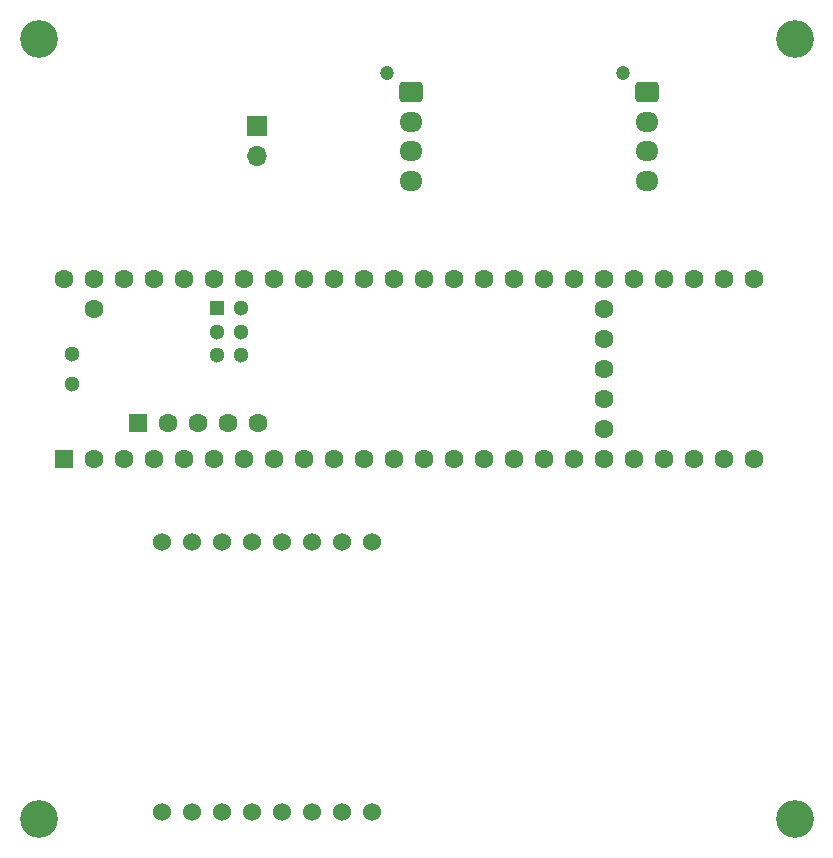
<source format=gbr>
%TF.GenerationSoftware,KiCad,Pcbnew,7.0.8*%
%TF.CreationDate,2024-01-21T00:30:14-07:00*%
%TF.ProjectId,telemetry,74656c65-6d65-4747-9279-2e6b69636164,v1*%
%TF.SameCoordinates,Original*%
%TF.FileFunction,Soldermask,Bot*%
%TF.FilePolarity,Negative*%
%FSLAX46Y46*%
G04 Gerber Fmt 4.6, Leading zero omitted, Abs format (unit mm)*
G04 Created by KiCad (PCBNEW 7.0.8) date 2024-01-21 00:30:14*
%MOMM*%
%LPD*%
G01*
G04 APERTURE LIST*
G04 Aperture macros list*
%AMRoundRect*
0 Rectangle with rounded corners*
0 $1 Rounding radius*
0 $2 $3 $4 $5 $6 $7 $8 $9 X,Y pos of 4 corners*
0 Add a 4 corners polygon primitive as box body*
4,1,4,$2,$3,$4,$5,$6,$7,$8,$9,$2,$3,0*
0 Add four circle primitives for the rounded corners*
1,1,$1+$1,$2,$3*
1,1,$1+$1,$4,$5*
1,1,$1+$1,$6,$7*
1,1,$1+$1,$8,$9*
0 Add four rect primitives between the rounded corners*
20,1,$1+$1,$2,$3,$4,$5,0*
20,1,$1+$1,$4,$5,$6,$7,0*
20,1,$1+$1,$6,$7,$8,$9,0*
20,1,$1+$1,$8,$9,$2,$3,0*%
G04 Aperture macros list end*
%ADD10C,3.200000*%
%ADD11C,1.200000*%
%ADD12RoundRect,0.250000X-0.725000X0.600000X-0.725000X-0.600000X0.725000X-0.600000X0.725000X0.600000X0*%
%ADD13O,1.950000X1.700000*%
%ADD14R,1.700000X1.700000*%
%ADD15O,1.700000X1.700000*%
%ADD16C,1.524000*%
%ADD17R,1.600000X1.600000*%
%ADD18C,1.600000*%
%ADD19R,1.300000X1.300000*%
%ADD20C,1.300000*%
G04 APERTURE END LIST*
D10*
%TO.C,H3*%
X171000000Y-129000000D03*
%TD*%
D11*
%TO.C,J1*%
X156500000Y-65900000D03*
D12*
X158500000Y-67500000D03*
D13*
X158500000Y-70000000D03*
X158500000Y-72500000D03*
X158500000Y-75000000D03*
%TD*%
D10*
%TO.C,H1*%
X107000000Y-63000000D03*
%TD*%
D11*
%TO.C,J2*%
X136500000Y-65900000D03*
D12*
X138500000Y-67500000D03*
D13*
X138500000Y-70000000D03*
X138500000Y-72500000D03*
X138500000Y-75000000D03*
%TD*%
D14*
%TO.C,JP1*%
X125500000Y-70360000D03*
D15*
X125500000Y-72900000D03*
%TD*%
D10*
%TO.C,H4*%
X171000000Y-63000000D03*
%TD*%
%TO.C,H2*%
X107000000Y-129000000D03*
%TD*%
D16*
%TO.C,U3*%
X135247500Y-105570000D03*
X132707500Y-105570000D03*
X130167500Y-105570000D03*
X127627500Y-105570000D03*
X125087500Y-105570000D03*
X122547500Y-105570000D03*
X120007500Y-105570000D03*
X117467500Y-105570000D03*
X117467500Y-128430000D03*
X120007500Y-128430000D03*
X122547500Y-128430000D03*
X125087500Y-128430000D03*
X127627500Y-128430000D03*
X130167500Y-128430000D03*
X132707500Y-128430000D03*
X135247500Y-128430000D03*
%TD*%
D17*
%TO.C,U1*%
X109125000Y-98580000D03*
D18*
X111665000Y-98580000D03*
X114205000Y-98580000D03*
X116745000Y-98580000D03*
X119285000Y-98580000D03*
X121825000Y-98580000D03*
X124365000Y-98580000D03*
X126905000Y-98580000D03*
X129445000Y-98580000D03*
X131985000Y-98580000D03*
X134525000Y-98580000D03*
X137065000Y-98580000D03*
X139605000Y-98580000D03*
X142145000Y-98580000D03*
X144685000Y-98580000D03*
X147225000Y-98580000D03*
X149765000Y-98580000D03*
X152305000Y-98580000D03*
X154845000Y-98580000D03*
X157385000Y-98580000D03*
X159925000Y-98580000D03*
X162465000Y-98580000D03*
X165005000Y-98580000D03*
X167545000Y-98580000D03*
X167545000Y-83340000D03*
X165005000Y-83340000D03*
X162465000Y-83340000D03*
X159925000Y-83340000D03*
X157385000Y-83340000D03*
X154845000Y-83340000D03*
X152305000Y-83340000D03*
X149765000Y-83340000D03*
X147225000Y-83340000D03*
X144685000Y-83340000D03*
X142145000Y-83340000D03*
X139605000Y-83340000D03*
X137065000Y-83340000D03*
X134525000Y-83340000D03*
X131985000Y-83340000D03*
X129445000Y-83340000D03*
X126905000Y-83340000D03*
X124365000Y-83340000D03*
X121825000Y-83340000D03*
X119285000Y-83340000D03*
X116745000Y-83340000D03*
X114205000Y-83340000D03*
X111665000Y-83340000D03*
X109125000Y-83340000D03*
X111665000Y-85880000D03*
X154845000Y-96040000D03*
X154845000Y-93500000D03*
X154845000Y-90960000D03*
X154845000Y-88420000D03*
X154845000Y-85880000D03*
D17*
X115424200Y-95529200D03*
D18*
X117964200Y-95529200D03*
X120504200Y-95529200D03*
X123044200Y-95529200D03*
X125584200Y-95529200D03*
D19*
X122095000Y-85778400D03*
D20*
X122095000Y-87778400D03*
X122095000Y-89778400D03*
X124095000Y-89778400D03*
X124095000Y-87778400D03*
X124095000Y-85778400D03*
X109855000Y-89690000D03*
X109855000Y-92230000D03*
%TD*%
M02*

</source>
